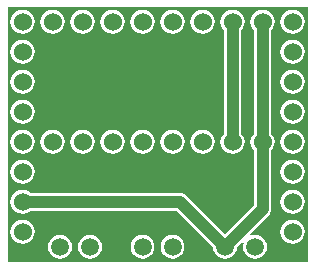
<source format=gbl>
G04 Layer_Physical_Order=2*
G04 Layer_Color=16711680*
%FSLAX25Y25*%
%MOIN*%
G70*
G01*
G75*
%ADD11C,0.03937*%
%ADD12C,0.06000*%
%ADD13C,0.05905*%
G36*
X197500Y102500D02*
X97500D01*
Y187500D01*
X197500D01*
Y102500D01*
D02*
G37*
%LPC*%
G36*
X102500Y146535D02*
X101456Y146397D01*
X100483Y145994D01*
X99647Y145353D01*
X99006Y144517D01*
X98603Y143544D01*
X98466Y142500D01*
X98603Y141456D01*
X99006Y140483D01*
X99647Y139647D01*
X100483Y139006D01*
X101456Y138603D01*
X102500Y138465D01*
X103544Y138603D01*
X104517Y139006D01*
X105353Y139647D01*
X105994Y140483D01*
X106397Y141456D01*
X106535Y142500D01*
X106397Y143544D01*
X105994Y144517D01*
X105353Y145353D01*
X104517Y145994D01*
X103544Y146397D01*
X102500Y146535D01*
D02*
G37*
G36*
X112500D02*
X111456Y146397D01*
X110483Y145994D01*
X109647Y145353D01*
X109006Y144517D01*
X108603Y143544D01*
X108466Y142500D01*
X108603Y141456D01*
X109006Y140483D01*
X109647Y139647D01*
X110483Y139006D01*
X111456Y138603D01*
X112500Y138465D01*
X113544Y138603D01*
X114517Y139006D01*
X115353Y139647D01*
X115994Y140483D01*
X116397Y141456D01*
X116534Y142500D01*
X116397Y143544D01*
X115994Y144517D01*
X115353Y145353D01*
X114517Y145994D01*
X113544Y146397D01*
X112500Y146535D01*
D02*
G37*
G36*
X102500Y136535D02*
X101456Y136397D01*
X100483Y135994D01*
X99647Y135353D01*
X99006Y134517D01*
X98603Y133544D01*
X98466Y132500D01*
X98603Y131456D01*
X99006Y130483D01*
X99647Y129647D01*
X100483Y129006D01*
X101456Y128603D01*
X102500Y128465D01*
X103544Y128603D01*
X104517Y129006D01*
X105353Y129647D01*
X105994Y130483D01*
X106397Y131456D01*
X106535Y132500D01*
X106397Y133544D01*
X105994Y134517D01*
X105353Y135353D01*
X104517Y135994D01*
X103544Y136397D01*
X102500Y136535D01*
D02*
G37*
G36*
X192500D02*
X191456Y136397D01*
X190483Y135994D01*
X189647Y135353D01*
X189006Y134517D01*
X188603Y133544D01*
X188465Y132500D01*
X188603Y131456D01*
X189006Y130483D01*
X189647Y129647D01*
X190483Y129006D01*
X191456Y128603D01*
X192500Y128465D01*
X193544Y128603D01*
X194517Y129006D01*
X195353Y129647D01*
X195994Y130483D01*
X196397Y131456D01*
X196535Y132500D01*
X196397Y133544D01*
X195994Y134517D01*
X195353Y135353D01*
X194517Y135994D01*
X193544Y136397D01*
X192500Y136535D01*
D02*
G37*
G36*
X142500Y146535D02*
X141456Y146397D01*
X140483Y145994D01*
X139647Y145353D01*
X139006Y144517D01*
X138603Y143544D01*
X138465Y142500D01*
X138603Y141456D01*
X139006Y140483D01*
X139647Y139647D01*
X140483Y139006D01*
X141456Y138603D01*
X142500Y138465D01*
X143544Y138603D01*
X144517Y139006D01*
X145353Y139647D01*
X145994Y140483D01*
X146397Y141456D01*
X146535Y142500D01*
X146397Y143544D01*
X145994Y144517D01*
X145353Y145353D01*
X144517Y145994D01*
X143544Y146397D01*
X142500Y146535D01*
D02*
G37*
G36*
X152500D02*
X151456Y146397D01*
X150483Y145994D01*
X149647Y145353D01*
X149006Y144517D01*
X148603Y143544D01*
X148466Y142500D01*
X148603Y141456D01*
X149006Y140483D01*
X149647Y139647D01*
X150483Y139006D01*
X151456Y138603D01*
X152500Y138465D01*
X153544Y138603D01*
X154517Y139006D01*
X155353Y139647D01*
X155994Y140483D01*
X156397Y141456D01*
X156535Y142500D01*
X156397Y143544D01*
X155994Y144517D01*
X155353Y145353D01*
X154517Y145994D01*
X153544Y146397D01*
X152500Y146535D01*
D02*
G37*
G36*
X122500D02*
X121456Y146397D01*
X120483Y145994D01*
X119647Y145353D01*
X119006Y144517D01*
X118603Y143544D01*
X118465Y142500D01*
X118603Y141456D01*
X119006Y140483D01*
X119647Y139647D01*
X120483Y139006D01*
X121456Y138603D01*
X122500Y138465D01*
X123544Y138603D01*
X124517Y139006D01*
X125353Y139647D01*
X125994Y140483D01*
X126397Y141456D01*
X126534Y142500D01*
X126397Y143544D01*
X125994Y144517D01*
X125353Y145353D01*
X124517Y145994D01*
X123544Y146397D01*
X122500Y146535D01*
D02*
G37*
G36*
X132500D02*
X131456Y146397D01*
X130483Y145994D01*
X129647Y145353D01*
X129006Y144517D01*
X128603Y143544D01*
X128465Y142500D01*
X128603Y141456D01*
X129006Y140483D01*
X129647Y139647D01*
X130483Y139006D01*
X131456Y138603D01*
X132500Y138465D01*
X133544Y138603D01*
X134517Y139006D01*
X135353Y139647D01*
X135994Y140483D01*
X136397Y141456D01*
X136535Y142500D01*
X136397Y143544D01*
X135994Y144517D01*
X135353Y145353D01*
X134517Y145994D01*
X133544Y146397D01*
X132500Y146535D01*
D02*
G37*
G36*
X142500Y111487D02*
X141468Y111351D01*
X140507Y110953D01*
X139681Y110319D01*
X139047Y109493D01*
X138649Y108532D01*
X138513Y107500D01*
X138649Y106468D01*
X139047Y105507D01*
X139681Y104681D01*
X140507Y104047D01*
X141468Y103649D01*
X142500Y103513D01*
X143532Y103649D01*
X144493Y104047D01*
X145319Y104681D01*
X145953Y105507D01*
X146351Y106468D01*
X146487Y107500D01*
X146351Y108532D01*
X145953Y109493D01*
X145319Y110319D01*
X144493Y110953D01*
X143532Y111351D01*
X142500Y111487D01*
D02*
G37*
G36*
X152500D02*
X151468Y111351D01*
X150507Y110953D01*
X149681Y110319D01*
X149047Y109493D01*
X148649Y108532D01*
X148513Y107500D01*
X148649Y106468D01*
X149047Y105507D01*
X149681Y104681D01*
X150507Y104047D01*
X151468Y103649D01*
X152500Y103513D01*
X153532Y103649D01*
X154493Y104047D01*
X155319Y104681D01*
X155953Y105507D01*
X156351Y106468D01*
X156487Y107500D01*
X156351Y108532D01*
X155953Y109493D01*
X155319Y110319D01*
X154493Y110953D01*
X153532Y111351D01*
X152500Y111487D01*
D02*
G37*
G36*
X115000D02*
X113968Y111351D01*
X113007Y110953D01*
X112181Y110319D01*
X111547Y109493D01*
X111149Y108532D01*
X111013Y107500D01*
X111149Y106468D01*
X111547Y105507D01*
X112181Y104681D01*
X113007Y104047D01*
X113968Y103649D01*
X115000Y103513D01*
X116032Y103649D01*
X116993Y104047D01*
X117819Y104681D01*
X118453Y105507D01*
X118851Y106468D01*
X118987Y107500D01*
X118851Y108532D01*
X118453Y109493D01*
X117819Y110319D01*
X116993Y110953D01*
X116032Y111351D01*
X115000Y111487D01*
D02*
G37*
G36*
X125000D02*
X123968Y111351D01*
X123007Y110953D01*
X122181Y110319D01*
X121547Y109493D01*
X121149Y108532D01*
X121013Y107500D01*
X121149Y106468D01*
X121547Y105507D01*
X122181Y104681D01*
X123007Y104047D01*
X123968Y103649D01*
X125000Y103513D01*
X126032Y103649D01*
X126993Y104047D01*
X127819Y104681D01*
X128453Y105507D01*
X128851Y106468D01*
X128987Y107500D01*
X128851Y108532D01*
X128453Y109493D01*
X127819Y110319D01*
X126993Y110953D01*
X126032Y111351D01*
X125000Y111487D01*
D02*
G37*
G36*
X182500Y186535D02*
X181456Y186397D01*
X180483Y185994D01*
X179647Y185353D01*
X179006Y184517D01*
X178603Y183544D01*
X178465Y182500D01*
X178603Y181456D01*
X179006Y180483D01*
X179506Y179831D01*
Y145169D01*
X179006Y144517D01*
X178603Y143544D01*
X178465Y142500D01*
X178603Y141456D01*
X179006Y140483D01*
X179506Y139831D01*
Y121240D01*
X170000Y111734D01*
X157117Y124617D01*
X156497Y125093D01*
X155775Y125392D01*
X155000Y125494D01*
X105169D01*
X104517Y125994D01*
X103544Y126397D01*
X102500Y126534D01*
X101456Y126397D01*
X100483Y125994D01*
X99647Y125353D01*
X99006Y124517D01*
X98603Y123544D01*
X98466Y122500D01*
X98603Y121456D01*
X99006Y120483D01*
X99647Y119647D01*
X100483Y119006D01*
X101456Y118603D01*
X102500Y118465D01*
X103544Y118603D01*
X104517Y119006D01*
X105169Y119506D01*
X153760D01*
X166051Y107215D01*
X166149Y106468D01*
X166547Y105507D01*
X167181Y104681D01*
X168007Y104047D01*
X168968Y103649D01*
X170000Y103513D01*
X171032Y103649D01*
X171993Y104047D01*
X172819Y104681D01*
X173453Y105507D01*
X173851Y106468D01*
X173949Y107215D01*
X175849Y109115D01*
X176273Y108832D01*
X176149Y108532D01*
X176013Y107500D01*
X176149Y106468D01*
X176547Y105507D01*
X177181Y104681D01*
X178007Y104047D01*
X178968Y103649D01*
X180000Y103513D01*
X181032Y103649D01*
X181993Y104047D01*
X182819Y104681D01*
X183453Y105507D01*
X183851Y106468D01*
X183987Y107500D01*
X183851Y108532D01*
X183453Y109493D01*
X182819Y110319D01*
X181993Y110953D01*
X181032Y111351D01*
X180000Y111487D01*
X178968Y111351D01*
X178668Y111227D01*
X178385Y111651D01*
X184617Y117883D01*
X185093Y118503D01*
X185392Y119225D01*
X185494Y120000D01*
Y139831D01*
X185994Y140483D01*
X186397Y141456D01*
X186535Y142500D01*
X186397Y143544D01*
X185994Y144517D01*
X185494Y145169D01*
Y179831D01*
X185994Y180483D01*
X186397Y181456D01*
X186535Y182500D01*
X186397Y183544D01*
X185994Y184517D01*
X185353Y185353D01*
X184517Y185994D01*
X183544Y186397D01*
X182500Y186535D01*
D02*
G37*
G36*
X192500Y126534D02*
X191456Y126397D01*
X190483Y125994D01*
X189647Y125353D01*
X189006Y124517D01*
X188603Y123544D01*
X188465Y122500D01*
X188603Y121456D01*
X189006Y120483D01*
X189647Y119647D01*
X190483Y119006D01*
X191456Y118603D01*
X192500Y118465D01*
X193544Y118603D01*
X194517Y119006D01*
X195353Y119647D01*
X195994Y120483D01*
X196397Y121456D01*
X196535Y122500D01*
X196397Y123544D01*
X195994Y124517D01*
X195353Y125353D01*
X194517Y125994D01*
X193544Y126397D01*
X192500Y126534D01*
D02*
G37*
G36*
X102500Y116534D02*
X101456Y116397D01*
X100483Y115994D01*
X99647Y115353D01*
X99006Y114517D01*
X98603Y113544D01*
X98466Y112500D01*
X98603Y111456D01*
X99006Y110483D01*
X99647Y109647D01*
X100483Y109006D01*
X101456Y108603D01*
X102500Y108466D01*
X103544Y108603D01*
X104517Y109006D01*
X105353Y109647D01*
X105994Y110483D01*
X106397Y111456D01*
X106535Y112500D01*
X106397Y113544D01*
X105994Y114517D01*
X105353Y115353D01*
X104517Y115994D01*
X103544Y116397D01*
X102500Y116534D01*
D02*
G37*
G36*
X192500D02*
X191456Y116397D01*
X190483Y115994D01*
X189647Y115353D01*
X189006Y114517D01*
X188603Y113544D01*
X188465Y112500D01*
X188603Y111456D01*
X189006Y110483D01*
X189647Y109647D01*
X190483Y109006D01*
X191456Y108603D01*
X192500Y108466D01*
X193544Y108603D01*
X194517Y109006D01*
X195353Y109647D01*
X195994Y110483D01*
X196397Y111456D01*
X196535Y112500D01*
X196397Y113544D01*
X195994Y114517D01*
X195353Y115353D01*
X194517Y115994D01*
X193544Y116397D01*
X192500Y116534D01*
D02*
G37*
G36*
X122500Y186535D02*
X121456Y186397D01*
X120483Y185994D01*
X119647Y185353D01*
X119006Y184517D01*
X118603Y183544D01*
X118465Y182500D01*
X118603Y181456D01*
X119006Y180483D01*
X119647Y179647D01*
X120483Y179006D01*
X121456Y178603D01*
X122500Y178465D01*
X123544Y178603D01*
X124517Y179006D01*
X125353Y179647D01*
X125994Y180483D01*
X126397Y181456D01*
X126534Y182500D01*
X126397Y183544D01*
X125994Y184517D01*
X125353Y185353D01*
X124517Y185994D01*
X123544Y186397D01*
X122500Y186535D01*
D02*
G37*
G36*
X132500D02*
X131456Y186397D01*
X130483Y185994D01*
X129647Y185353D01*
X129006Y184517D01*
X128603Y183544D01*
X128465Y182500D01*
X128603Y181456D01*
X129006Y180483D01*
X129647Y179647D01*
X130483Y179006D01*
X131456Y178603D01*
X132500Y178465D01*
X133544Y178603D01*
X134517Y179006D01*
X135353Y179647D01*
X135994Y180483D01*
X136397Y181456D01*
X136535Y182500D01*
X136397Y183544D01*
X135994Y184517D01*
X135353Y185353D01*
X134517Y185994D01*
X133544Y186397D01*
X132500Y186535D01*
D02*
G37*
G36*
X102500D02*
X101456Y186397D01*
X100483Y185994D01*
X99647Y185353D01*
X99006Y184517D01*
X98603Y183544D01*
X98466Y182500D01*
X98603Y181456D01*
X99006Y180483D01*
X99647Y179647D01*
X100483Y179006D01*
X101456Y178603D01*
X102500Y178465D01*
X103544Y178603D01*
X104517Y179006D01*
X105353Y179647D01*
X105994Y180483D01*
X106397Y181456D01*
X106535Y182500D01*
X106397Y183544D01*
X105994Y184517D01*
X105353Y185353D01*
X104517Y185994D01*
X103544Y186397D01*
X102500Y186535D01*
D02*
G37*
G36*
X112500D02*
X111456Y186397D01*
X110483Y185994D01*
X109647Y185353D01*
X109006Y184517D01*
X108603Y183544D01*
X108466Y182500D01*
X108603Y181456D01*
X109006Y180483D01*
X109647Y179647D01*
X110483Y179006D01*
X111456Y178603D01*
X112500Y178465D01*
X113544Y178603D01*
X114517Y179006D01*
X115353Y179647D01*
X115994Y180483D01*
X116397Y181456D01*
X116534Y182500D01*
X116397Y183544D01*
X115994Y184517D01*
X115353Y185353D01*
X114517Y185994D01*
X113544Y186397D01*
X112500Y186535D01*
D02*
G37*
G36*
X162500D02*
X161456Y186397D01*
X160483Y185994D01*
X159647Y185353D01*
X159006Y184517D01*
X158603Y183544D01*
X158466Y182500D01*
X158603Y181456D01*
X159006Y180483D01*
X159647Y179647D01*
X160483Y179006D01*
X161456Y178603D01*
X162500Y178465D01*
X163544Y178603D01*
X164517Y179006D01*
X165353Y179647D01*
X165994Y180483D01*
X166397Y181456D01*
X166534Y182500D01*
X166397Y183544D01*
X165994Y184517D01*
X165353Y185353D01*
X164517Y185994D01*
X163544Y186397D01*
X162500Y186535D01*
D02*
G37*
G36*
X192500D02*
X191456Y186397D01*
X190483Y185994D01*
X189647Y185353D01*
X189006Y184517D01*
X188603Y183544D01*
X188465Y182500D01*
X188603Y181456D01*
X189006Y180483D01*
X189647Y179647D01*
X190483Y179006D01*
X191456Y178603D01*
X192500Y178465D01*
X193544Y178603D01*
X194517Y179006D01*
X195353Y179647D01*
X195994Y180483D01*
X196397Y181456D01*
X196535Y182500D01*
X196397Y183544D01*
X195994Y184517D01*
X195353Y185353D01*
X194517Y185994D01*
X193544Y186397D01*
X192500Y186535D01*
D02*
G37*
G36*
X142500D02*
X141456Y186397D01*
X140483Y185994D01*
X139647Y185353D01*
X139006Y184517D01*
X138603Y183544D01*
X138465Y182500D01*
X138603Y181456D01*
X139006Y180483D01*
X139647Y179647D01*
X140483Y179006D01*
X141456Y178603D01*
X142500Y178465D01*
X143544Y178603D01*
X144517Y179006D01*
X145353Y179647D01*
X145994Y180483D01*
X146397Y181456D01*
X146535Y182500D01*
X146397Y183544D01*
X145994Y184517D01*
X145353Y185353D01*
X144517Y185994D01*
X143544Y186397D01*
X142500Y186535D01*
D02*
G37*
G36*
X152500D02*
X151456Y186397D01*
X150483Y185994D01*
X149647Y185353D01*
X149006Y184517D01*
X148603Y183544D01*
X148466Y182500D01*
X148603Y181456D01*
X149006Y180483D01*
X149647Y179647D01*
X150483Y179006D01*
X151456Y178603D01*
X152500Y178465D01*
X153544Y178603D01*
X154517Y179006D01*
X155353Y179647D01*
X155994Y180483D01*
X156397Y181456D01*
X156535Y182500D01*
X156397Y183544D01*
X155994Y184517D01*
X155353Y185353D01*
X154517Y185994D01*
X153544Y186397D01*
X152500Y186535D01*
D02*
G37*
G36*
X192500Y176534D02*
X191456Y176397D01*
X190483Y175994D01*
X189647Y175353D01*
X189006Y174517D01*
X188603Y173544D01*
X188465Y172500D01*
X188603Y171456D01*
X189006Y170483D01*
X189647Y169647D01*
X190483Y169006D01*
X191456Y168603D01*
X192500Y168465D01*
X193544Y168603D01*
X194517Y169006D01*
X195353Y169647D01*
X195994Y170483D01*
X196397Y171456D01*
X196535Y172500D01*
X196397Y173544D01*
X195994Y174517D01*
X195353Y175353D01*
X194517Y175994D01*
X193544Y176397D01*
X192500Y176534D01*
D02*
G37*
G36*
Y146535D02*
X191456Y146397D01*
X190483Y145994D01*
X189647Y145353D01*
X189006Y144517D01*
X188603Y143544D01*
X188465Y142500D01*
X188603Y141456D01*
X189006Y140483D01*
X189647Y139647D01*
X190483Y139006D01*
X191456Y138603D01*
X192500Y138465D01*
X193544Y138603D01*
X194517Y139006D01*
X195353Y139647D01*
X195994Y140483D01*
X196397Y141456D01*
X196535Y142500D01*
X196397Y143544D01*
X195994Y144517D01*
X195353Y145353D01*
X194517Y145994D01*
X193544Y146397D01*
X192500Y146535D01*
D02*
G37*
G36*
X102500Y156535D02*
X101456Y156397D01*
X100483Y155994D01*
X99647Y155353D01*
X99006Y154517D01*
X98603Y153544D01*
X98466Y152500D01*
X98603Y151456D01*
X99006Y150483D01*
X99647Y149647D01*
X100483Y149006D01*
X101456Y148603D01*
X102500Y148466D01*
X103544Y148603D01*
X104517Y149006D01*
X105353Y149647D01*
X105994Y150483D01*
X106397Y151456D01*
X106535Y152500D01*
X106397Y153544D01*
X105994Y154517D01*
X105353Y155353D01*
X104517Y155994D01*
X103544Y156397D01*
X102500Y156535D01*
D02*
G37*
G36*
X162500Y146535D02*
X161456Y146397D01*
X160483Y145994D01*
X159647Y145353D01*
X159006Y144517D01*
X158603Y143544D01*
X158466Y142500D01*
X158603Y141456D01*
X159006Y140483D01*
X159647Y139647D01*
X160483Y139006D01*
X161456Y138603D01*
X162500Y138465D01*
X163544Y138603D01*
X164517Y139006D01*
X165353Y139647D01*
X165994Y140483D01*
X166397Y141456D01*
X166534Y142500D01*
X166397Y143544D01*
X165994Y144517D01*
X165353Y145353D01*
X164517Y145994D01*
X163544Y146397D01*
X162500Y146535D01*
D02*
G37*
G36*
X172500Y186535D02*
X171456Y186397D01*
X170483Y185994D01*
X169647Y185353D01*
X169006Y184517D01*
X168603Y183544D01*
X168465Y182500D01*
X168603Y181456D01*
X169006Y180483D01*
X169506Y179831D01*
Y145169D01*
X169006Y144517D01*
X168603Y143544D01*
X168465Y142500D01*
X168603Y141456D01*
X169006Y140483D01*
X169647Y139647D01*
X170483Y139006D01*
X171456Y138603D01*
X172500Y138465D01*
X173544Y138603D01*
X174517Y139006D01*
X175353Y139647D01*
X175994Y140483D01*
X176397Y141456D01*
X176534Y142500D01*
X176397Y143544D01*
X175994Y144517D01*
X175494Y145169D01*
Y179831D01*
X175994Y180483D01*
X176397Y181456D01*
X176534Y182500D01*
X176397Y183544D01*
X175994Y184517D01*
X175353Y185353D01*
X174517Y185994D01*
X173544Y186397D01*
X172500Y186535D01*
D02*
G37*
G36*
X192500Y166534D02*
X191456Y166397D01*
X190483Y165994D01*
X189647Y165353D01*
X189006Y164517D01*
X188603Y163544D01*
X188465Y162500D01*
X188603Y161456D01*
X189006Y160483D01*
X189647Y159647D01*
X190483Y159006D01*
X191456Y158603D01*
X192500Y158466D01*
X193544Y158603D01*
X194517Y159006D01*
X195353Y159647D01*
X195994Y160483D01*
X196397Y161456D01*
X196535Y162500D01*
X196397Y163544D01*
X195994Y164517D01*
X195353Y165353D01*
X194517Y165994D01*
X193544Y166397D01*
X192500Y166534D01*
D02*
G37*
G36*
X102500Y176534D02*
X101456Y176397D01*
X100483Y175994D01*
X99647Y175353D01*
X99006Y174517D01*
X98603Y173544D01*
X98466Y172500D01*
X98603Y171456D01*
X99006Y170483D01*
X99647Y169647D01*
X100483Y169006D01*
X101456Y168603D01*
X102500Y168465D01*
X103544Y168603D01*
X104517Y169006D01*
X105353Y169647D01*
X105994Y170483D01*
X106397Y171456D01*
X106535Y172500D01*
X106397Y173544D01*
X105994Y174517D01*
X105353Y175353D01*
X104517Y175994D01*
X103544Y176397D01*
X102500Y176534D01*
D02*
G37*
G36*
X192500Y156535D02*
X191456Y156397D01*
X190483Y155994D01*
X189647Y155353D01*
X189006Y154517D01*
X188603Y153544D01*
X188465Y152500D01*
X188603Y151456D01*
X189006Y150483D01*
X189647Y149647D01*
X190483Y149006D01*
X191456Y148603D01*
X192500Y148466D01*
X193544Y148603D01*
X194517Y149006D01*
X195353Y149647D01*
X195994Y150483D01*
X196397Y151456D01*
X196535Y152500D01*
X196397Y153544D01*
X195994Y154517D01*
X195353Y155353D01*
X194517Y155994D01*
X193544Y156397D01*
X192500Y156535D01*
D02*
G37*
G36*
X102500Y166534D02*
X101456Y166397D01*
X100483Y165994D01*
X99647Y165353D01*
X99006Y164517D01*
X98603Y163544D01*
X98466Y162500D01*
X98603Y161456D01*
X99006Y160483D01*
X99647Y159647D01*
X100483Y159006D01*
X101456Y158603D01*
X102500Y158466D01*
X103544Y158603D01*
X104517Y159006D01*
X105353Y159647D01*
X105994Y160483D01*
X106397Y161456D01*
X106535Y162500D01*
X106397Y163544D01*
X105994Y164517D01*
X105353Y165353D01*
X104517Y165994D01*
X103544Y166397D01*
X102500Y166534D01*
D02*
G37*
%LPD*%
D11*
Y122500D02*
X155000D01*
X170000Y107500D01*
X182500Y120000D02*
Y142500D01*
X170000Y107500D02*
X182500Y120000D01*
Y142500D02*
Y182500D01*
X172500Y142500D02*
Y182500D01*
D12*
X192500D02*
D03*
Y172500D02*
D03*
Y162500D02*
D03*
Y152500D02*
D03*
Y142500D02*
D03*
Y132500D02*
D03*
Y122500D02*
D03*
Y112500D02*
D03*
X102500Y182500D02*
D03*
Y172500D02*
D03*
Y162500D02*
D03*
Y152500D02*
D03*
Y142500D02*
D03*
Y132500D02*
D03*
Y122500D02*
D03*
Y112500D02*
D03*
X122500Y142500D02*
D03*
X132500D02*
D03*
X142500D02*
D03*
X152500D02*
D03*
X162500D02*
D03*
X172500D02*
D03*
X182500D02*
D03*
X122500Y182500D02*
D03*
X132500D02*
D03*
X142500D02*
D03*
X182500D02*
D03*
X172500D02*
D03*
X162500D02*
D03*
X152500D02*
D03*
X112500D02*
D03*
Y142500D02*
D03*
D13*
X125000Y107500D02*
D03*
X115000D02*
D03*
X142500D02*
D03*
X152500D02*
D03*
X180000D02*
D03*
X170000D02*
D03*
M02*

</source>
